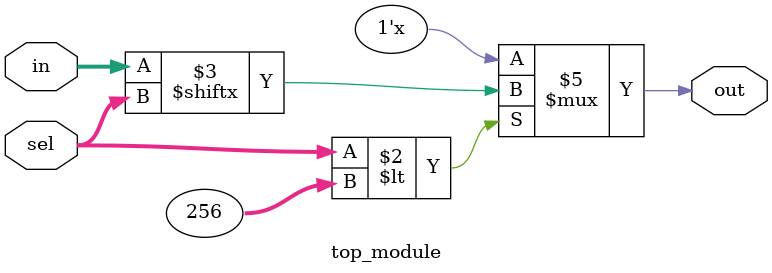
<source format=v>
module top_module( 
    input [255:0] in,
    input [7:0] sel,
    output out );
    always @(*)
        begin
            
        	if (sel<256)
            	out=in[sel];
        end
        

endmodule

</source>
